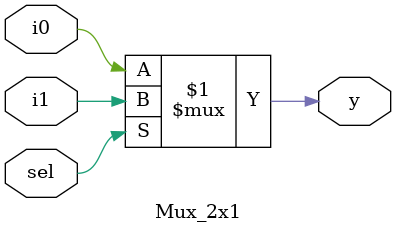
<source format=v>
module Mux_2x1(
  input sel,
  input i0, i1,
  output y);
  
  assign y = sel ? i1 : i0;
endmodule

</source>
